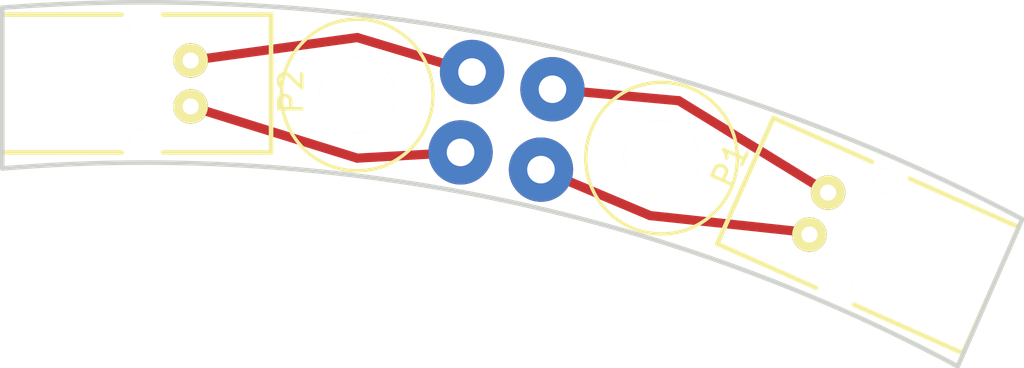
<source format=kicad_pcb>
(kicad_pcb (version 4) (host pcbnew "(2014-jul-16 BZR unknown)-product")

  (general
    (links 4)
    (no_connects 0)
    (area 17.899999 46.825 182.100001 212.100001)
    (thickness 1.6)
    (drawings 4)
    (tracks 9)
    (zones 0)
    (modules 8)
    (nets 5)
  )

  (page A4)
  (layers
    (0 F.Cu signal)
    (31 B.Cu signal)
    (32 B.Adhes user)
    (33 F.Adhes user)
    (34 B.Paste user)
    (35 F.Paste user)
    (36 B.SilkS user)
    (37 F.SilkS user)
    (38 B.Mask user)
    (39 F.Mask user)
    (40 Dwgs.User user)
    (41 Cmts.User user)
    (42 Eco1.User user)
    (43 Eco2.User user)
    (44 Edge.Cuts user)
    (45 Margin user)
    (46 B.CrtYd user)
    (47 F.CrtYd user)
    (48 B.Fab user)
    (49 F.Fab user)
  )

  (setup
    (last_trace_width 0.4)
    (user_trace_width 0.2)
    (user_trace_width 0.3)
    (user_trace_width 0.4)
    (user_trace_width 0.5)
    (trace_clearance 0.2)
    (zone_clearance 0.508)
    (zone_45_only no)
    (trace_min 0.2)
    (segment_width 0.2)
    (edge_width 0.1)
    (via_size 0.889)
    (via_drill 0.635)
    (via_min_size 0.8)
    (via_min_drill 0.4)
    (uvia_size 0.508)
    (uvia_drill 0.127)
    (uvias_allowed no)
    (uvia_min_size 0.508)
    (uvia_min_drill 0.127)
    (pcb_text_width 0.3)
    (pcb_text_size 1.5 1.5)
    (mod_edge_width 0.15)
    (mod_text_size 1 1)
    (mod_text_width 0.15)
    (pad_size 2.8 2.8)
    (pad_drill 1.2)
    (pad_to_mask_clearance 0)
    (aux_axis_origin 0 0)
    (visible_elements FFFFFF7F)
    (pcbplotparams
      (layerselection 0x00030_80000001)
      (usegerberextensions false)
      (excludeedgelayer true)
      (linewidth 0.100000)
      (plotframeref false)
      (viasonmask false)
      (mode 1)
      (useauxorigin false)
      (hpglpennumber 1)
      (hpglpenspeed 20)
      (hpglpendiameter 15)
      (hpglpenoverlay 2)
      (psnegative false)
      (psa4output false)
      (plotreference true)
      (plotvalue true)
      (plotinvisibletext false)
      (padsonsilk false)
      (subtractmaskfromsilk false)
      (outputformat 1)
      (mirror false)
      (drillshape 1)
      (scaleselection 1)
      (outputdirectory ""))
  )

  (net 0 "")
  (net 1 "Net-(P1-Pad1)")
  (net 2 "Net-(P1-Pad2)")
  (net 3 "Net-(P2-Pad1)")
  (net 4 "Net-(P2-Pad2)")

  (net_class Default "This is the default net class."
    (clearance 0.2)
    (trace_width 0.2)
    (via_dia 0.889)
    (via_drill 0.635)
    (uvia_dia 0.508)
    (uvia_drill 0.127)
    (add_net "Net-(P1-Pad1)")
    (add_net "Net-(P1-Pad2)")
    (add_net "Net-(P2-Pad1)")
    (add_net "Net-(P2-Pad2)")
  )

  (module m2pogo:POGO (layer F.Cu) (tedit 53EC980C) (tstamp 53EB844B)
    (at 117.25 55.25)
    (path /53EB8289)
    (fp_text reference P3 (at 0 3.05) (layer F.SilkS) hide
      (effects (font (size 1 1) (thickness 0.15)))
    )
    (fp_text value CONN_1 (at 0 -3.05) (layer F.SilkS) hide
      (effects (font (size 1 1) (thickness 0.15)))
    )
    (pad 1 thru_hole circle (at 0 0) (size 2.8 2.8) (drill 1.2) (layers *.Cu *.Mask)
      (net 2 "Net-(P1-Pad2)"))
  )

  (module m2pogo:POGO (layer F.Cu) (tedit 53EC9809) (tstamp 53EB844F)
    (at 117.75 51.75)
    (path /53EB82D8)
    (fp_text reference P4 (at 0 3.05) (layer F.SilkS) hide
      (effects (font (size 1 1) (thickness 0.15)))
    )
    (fp_text value CONN_1 (at 0 -3.05) (layer F.SilkS) hide
      (effects (font (size 1 1) (thickness 0.15)))
    )
    (pad 1 thru_hole circle (at 0 0) (size 2.8 2.8) (drill 1.2) (layers *.Cu *.Mask)
      (net 1 "Net-(P1-Pad1)"))
  )

  (module m2pogo:POGO (layer F.Cu) (tedit 53EC9803) (tstamp 53EB8453)
    (at 114.25 51)
    (path /53EB82F4)
    (fp_text reference P5 (at 0 3.05) (layer F.SilkS) hide
      (effects (font (size 1 1) (thickness 0.15)))
    )
    (fp_text value CONN_1 (at 0 -3.05) (layer F.SilkS) hide
      (effects (font (size 1 1) (thickness 0.15)))
    )
    (pad 1 thru_hole circle (at 0 0) (size 2.8 2.8) (drill 1.2) (layers *.Cu *.Mask)
      (net 4 "Net-(P2-Pad2)"))
  )

  (module m2pogo:POGO (layer F.Cu) (tedit 53EC9807) (tstamp 53EB8457)
    (at 113.75 54.5)
    (path /53EB8311)
    (fp_text reference P6 (at 0 3.05) (layer F.SilkS) hide
      (effects (font (size 1 1) (thickness 0.15)))
    )
    (fp_text value CONN_1 (at 0 -3.05) (layer F.SilkS) hide
      (effects (font (size 1 1) (thickness 0.15)))
    )
    (pad 1 thru_hole circle (at 0 0) (size 2.8 2.8) (drill 1.2) (layers *.Cu *.Mask)
      (net 3 "Net-(P2-Pad1)"))
  )

  (module m2pogo:S02B-PASK-2 (layer F.Cu) (tedit 53DA5B66) (tstamp 53EB8D76)
    (at 129.75 56.25 246)
    (path /53EB8CF0)
    (fp_text reference P1 (at 0.64 4.38 246) (layer F.SilkS)
      (effects (font (size 1 1) (thickness 0.15)))
    )
    (fp_text value CONN_2 (at 0.41 -7.21 246) (layer F.SilkS) hide
      (effects (font (size 1 1) (thickness 0.15)))
    )
    (fp_line (start 4 -8.2) (end -2 -8.2) (layer F.SilkS) (width 0.2))
    (fp_line (start 4 -3) (end 4 -8.2) (layer F.SilkS) (width 0.2))
    (fp_line (start 4 3.5) (end 4 -1.2) (layer F.SilkS) (width 0.2))
    (fp_line (start -2 3.5) (end 4 3.5) (layer F.SilkS) (width 0.2))
    (fp_line (start -2 -1.2) (end -2 3.5) (layer F.SilkS) (width 0.2))
    (fp_line (start -2 -8.2) (end -2 -3) (layer F.SilkS) (width 0.2))
    (pad 1 thru_hole circle (at 0 0 246) (size 1.5 1.5) (drill 0.7) (layers *.Cu *.Mask F.SilkS)
      (net 1 "Net-(P1-Pad1)"))
    (pad 2 thru_hole circle (at 2 0 246) (size 1.5 1.5) (drill 0.7) (layers *.Cu *.Mask F.SilkS)
      (net 2 "Net-(P1-Pad2)"))
    (pad "" np_thru_hole circle (at -1.5 -2.1 246) (size 1.1 1.1) (drill 1.1) (layers *.Cu *.Mask F.SilkS))
    (pad "" np_thru_hole circle (at 3.5 -2.1 246) (size 1.1 1.1) (drill 1.1) (layers *.Cu *.Mask F.SilkS))
  )

  (module m2pogo:S02B-PASK-2 (layer F.Cu) (tedit 53DA5B66) (tstamp 53EB8D84)
    (at 102 52.5 90)
    (path /53EB8DCE)
    (fp_text reference P2 (at 0.64 4.38 90) (layer F.SilkS)
      (effects (font (size 1 1) (thickness 0.15)))
    )
    (fp_text value CONN_2 (at 0.41 -7.21 90) (layer F.SilkS) hide
      (effects (font (size 1 1) (thickness 0.15)))
    )
    (fp_line (start 4 -8.2) (end -2 -8.2) (layer F.SilkS) (width 0.2))
    (fp_line (start 4 -3) (end 4 -8.2) (layer F.SilkS) (width 0.2))
    (fp_line (start 4 3.5) (end 4 -1.2) (layer F.SilkS) (width 0.2))
    (fp_line (start -2 3.5) (end 4 3.5) (layer F.SilkS) (width 0.2))
    (fp_line (start -2 -1.2) (end -2 3.5) (layer F.SilkS) (width 0.2))
    (fp_line (start -2 -8.2) (end -2 -3) (layer F.SilkS) (width 0.2))
    (pad 1 thru_hole circle (at 0 0 90) (size 1.5 1.5) (drill 0.7) (layers *.Cu *.Mask F.SilkS)
      (net 3 "Net-(P2-Pad1)"))
    (pad 2 thru_hole circle (at 2 0 90) (size 1.5 1.5) (drill 0.7) (layers *.Cu *.Mask F.SilkS)
      (net 4 "Net-(P2-Pad2)"))
    (pad "" np_thru_hole circle (at -1.5 -2.1 90) (size 1.1 1.1) (drill 1.1) (layers *.Cu *.Mask F.SilkS))
    (pad "" np_thru_hole circle (at 3.5 -2.1 90) (size 1.1 1.1) (drill 1.1) (layers *.Cu *.Mask F.SilkS))
  )

  (module m2pogo:M3_MOUNT (layer F.Cu) (tedit 53DC15F0) (tstamp 53EB93A2)
    (at 122.5 54.75 67.5)
    (path /53EBB6E5)
    (fp_text reference X4 (at 0 -4 67.5) (layer F.SilkS) hide
      (effects (font (size 1 1) (thickness 0.15)))
    )
    (fp_text value MOUNT (at 0 4 67.5) (layer F.SilkS) hide
      (effects (font (size 1 1) (thickness 0.15)))
    )
    (fp_circle (center 0 0) (end 3.3 0) (layer F.SilkS) (width 0.15))
    (pad "" np_thru_hole circle (at 0 0 67.5) (size 3.3 3.3) (drill 3.3) (layers *.Cu *.Mask F.Paste F.SilkS))
  )

  (module m2pogo:M3_MOUNT (layer F.Cu) (tedit 53DC15F0) (tstamp 53EB93BD)
    (at 109.25 52)
    (path /53EB83E7)
    (fp_text reference X3 (at 0 -4) (layer F.SilkS) hide
      (effects (font (size 1 1) (thickness 0.15)))
    )
    (fp_text value MOUNT (at 0 4) (layer F.SilkS) hide
      (effects (font (size 1 1) (thickness 0.15)))
    )
    (fp_circle (center 0 0) (end 3.3 0) (layer F.SilkS) (width 0.15))
    (pad "" np_thru_hole circle (at 0 0) (size 3.3 3.3) (drill 3.3) (layers *.Cu *.Mask F.Paste F.SilkS))
  )

  (gr_line (start 93.8 48.2) (end 93.8 55.2) (layer Edge.Cuts) (width 0.2))
  (gr_line (start 135.4 63.8) (end 138.2 57.4) (layer Edge.Cuts) (width 0.2))
  (gr_arc (start 100 130) (end 93.8 48.2) (angle 32.08645929) (layer Edge.Cuts) (width 0.2))
  (gr_arc (start 100 130) (end 93.8 55.2) (angle 32.87362473) (layer Edge.Cuts) (width 0.2))

  (segment (start 117.75 51.75) (end 123.25 52.25) (width 0.4) (layer F.Cu) (net 1) (tstamp 53EBA94B))
  (segment (start 123.25 52.25) (end 129.75 56.25) (width 0.4) (layer F.Cu) (net 1) (tstamp 53EBA94D))
  (segment (start 117.25 55.25) (end 122 57.25) (width 0.4) (layer F.Cu) (net 2) (tstamp 53EBA951))
  (segment (start 122 57.25) (end 129 58) (width 0.4) (layer F.Cu) (net 2) (tstamp 53EBA952))
  (segment (start 129 58) (end 128.936527 58.077091) (width 0.4) (layer F.Cu) (net 2) (tstamp 53EBA955))
  (segment (start 102 52.5) (end 109.25 54.75) (width 0.4) (layer F.Cu) (net 3) (tstamp 53EBA944))
  (segment (start 109.25 54.75) (end 113.75 54.5) (width 0.4) (layer F.Cu) (net 3) (tstamp 53EBA947))
  (segment (start 102 50.5) (end 109.25 49.5) (width 0.4) (layer F.Cu) (net 4) (tstamp 53EBA93E))
  (segment (start 109.25 49.5) (end 114.25 51) (width 0.4) (layer F.Cu) (net 4) (tstamp 53EBA940))

)

</source>
